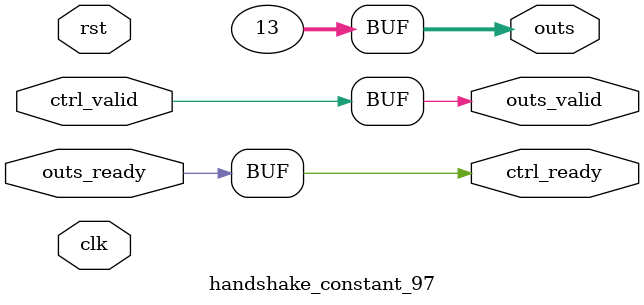
<source format=v>
`timescale 1ns / 1ps
module handshake_constant_97 #(
  parameter DATA_WIDTH = 32  // Default set to 32 bits
) (
  input                       clk,
  input                       rst,
  // Input Channel
  input                       ctrl_valid,
  output                      ctrl_ready,
  // Output Channel
  output [DATA_WIDTH - 1 : 0] outs,
  output                      outs_valid,
  input                       outs_ready
);
  assign outs       = 5'b01101;
  assign outs_valid = ctrl_valid;
  assign ctrl_ready = outs_ready;

endmodule

</source>
